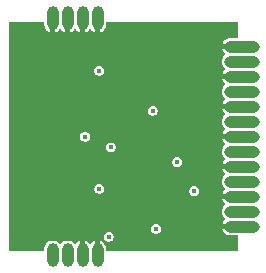
<source format=gbr>
%TF.GenerationSoftware,KiCad,Pcbnew,9.0.0*%
%TF.CreationDate,2025-02-25T16:03:33+01:00*%
%TF.ProjectId,2_In_6_Out,325f496e-5f36-45f4-9f75-742e6b696361,0*%
%TF.SameCoordinates,Original*%
%TF.FileFunction,Copper,L2,Inr*%
%TF.FilePolarity,Positive*%
%FSLAX46Y46*%
G04 Gerber Fmt 4.6, Leading zero omitted, Abs format (unit mm)*
G04 Created by KiCad (PCBNEW 9.0.0) date 2025-02-25 16:03:33*
%MOMM*%
%LPD*%
G01*
G04 APERTURE LIST*
%TA.AperFunction,CastellatedPad*%
%ADD10O,3.000000X1.000000*%
%TD*%
%TA.AperFunction,ComponentPad*%
%ADD11O,1.000000X2.000000*%
%TD*%
%TA.AperFunction,ViaPad*%
%ADD12C,0.450000*%
%TD*%
G04 APERTURE END LIST*
D10*
%TO.N,GND*%
%TO.C,J3*%
X109146250Y-53130000D03*
%TO.N,/ClockBuffers/MasterTrigger_out_3*%
X109146250Y-54400000D03*
%TO.N,GND*%
X109146250Y-55670000D03*
%TO.N,/ClockBuffers/Heimtime_out_3*%
X109146250Y-56940000D03*
%TO.N,GND*%
X109146250Y-58210000D03*
%TO.N,/ClockBuffers/MasterTrigger_out_2*%
X109146250Y-59480000D03*
%TO.N,GND*%
X109146250Y-60750000D03*
%TO.N,/ClockBuffers/Heimtime_out_2*%
X109146250Y-62020000D03*
%TO.N,GND*%
X109146250Y-63290000D03*
%TO.N,/ClockBuffers/MasterTrigger_out_1*%
X109146250Y-64560000D03*
%TO.N,GND*%
X109146250Y-65830000D03*
%TO.N,/ClockBuffers/Heimtime_out_1*%
X109146250Y-67100000D03*
%TO.N,GND*%
X109146250Y-68370000D03*
%TD*%
D11*
%TO.N,GND*%
%TO.C,J4*%
X96956250Y-50750000D03*
X95686250Y-50750000D03*
X94416250Y-50750000D03*
X93146250Y-50750000D03*
%TD*%
%TO.N,GND*%
%TO.C,J5*%
X96956250Y-70750000D03*
X95686250Y-70750000D03*
%TO.N,3V3*%
X94416250Y-70750000D03*
X93146250Y-70750000D03*
%TD*%
D12*
%TO.N,GND*%
X100216250Y-63240000D03*
X99626250Y-56760000D03*
X97656250Y-60480000D03*
X101346250Y-69630000D03*
X101816250Y-60810000D03*
X100326250Y-54140000D03*
X94356250Y-57020000D03*
X95436250Y-66640000D03*
X102606250Y-60800000D03*
X103996250Y-53150000D03*
X90696250Y-65050000D03*
X99476250Y-53250000D03*
X105876250Y-53690000D03*
X89766250Y-65790000D03*
X97786250Y-53630000D03*
X106526250Y-66060000D03*
X93826250Y-57980000D03*
X101106250Y-62910000D03*
X98986250Y-63350000D03*
X97431250Y-61856267D03*
X106436250Y-60860000D03*
X97266250Y-63420000D03*
X90346250Y-51640000D03*
X91416250Y-65840000D03*
X100876250Y-64260000D03*
X92556250Y-63400000D03*
X100116250Y-51630000D03*
X94506250Y-54920000D03*
X93346250Y-54230000D03*
X98626250Y-51710000D03*
X92196250Y-67950000D03*
X99206250Y-64260000D03*
X94396250Y-67050000D03*
X97096250Y-54510000D03*
X99656250Y-66730000D03*
X105207737Y-65945728D03*
X100286250Y-69860000D03*
X104226250Y-67570000D03*
X103110564Y-62838159D03*
X89866250Y-66990000D03*
X100376250Y-53480000D03*
X104816250Y-69870000D03*
X107686250Y-69560000D03*
X101746250Y-63500000D03*
X102366250Y-69170000D03*
X92096250Y-53950000D03*
X101906250Y-52270000D03*
X94156250Y-68170000D03*
X101076250Y-54140000D03*
X104956250Y-60750000D03*
X97236250Y-56440000D03*
X90596250Y-66250000D03*
X106616250Y-62850000D03*
X98956250Y-54160000D03*
X96522972Y-60499311D03*
X92896250Y-64250000D03*
X91626250Y-66770000D03*
X99443773Y-52281263D03*
X100386250Y-52540000D03*
X101096250Y-53110000D03*
X101722216Y-57994846D03*
X105846250Y-66080000D03*
X95366250Y-54770000D03*
X106496250Y-55300000D03*
X99626250Y-54130000D03*
X102026250Y-53230000D03*
X102106250Y-67900000D03*
X91446250Y-54530000D03*
X97996250Y-52730000D03*
X105126250Y-54700000D03*
X97100532Y-64515000D03*
X90476250Y-56340000D03*
X92756250Y-57160000D03*
X91496250Y-57050000D03*
X99716250Y-64280000D03*
X92556250Y-53310000D03*
X90426250Y-55110000D03*
X91433048Y-56048181D03*
X93276250Y-67370000D03*
X102656250Y-51650000D03*
X106536250Y-58530000D03*
X89746250Y-64720000D03*
X99476250Y-69330000D03*
X93906250Y-53340000D03*
X95336250Y-64890000D03*
X102466250Y-57330000D03*
X104676250Y-56580000D03*
X106696250Y-51520000D03*
X90296250Y-59850000D03*
X91556250Y-51620000D03*
X91906250Y-58310000D03*
X93996250Y-63830000D03*
X100296250Y-64290000D03*
X98155506Y-69784027D03*
X101026250Y-52040000D03*
X101976250Y-62660000D03*
X94496250Y-64750000D03*
X91896250Y-64750000D03*
X102646250Y-58180000D03*
X95336250Y-56510000D03*
X104526250Y-58890000D03*
%TO.N,3V3*%
X101906250Y-68550000D03*
X101616250Y-58560000D03*
X97086250Y-55170000D03*
X97086250Y-65170000D03*
X95896250Y-60750000D03*
%TO.N,/ClockBuffers/Heimtime_out_3*%
X103706250Y-62910000D03*
%TO.N,/ClockBuffers/Heimtime_out_2*%
X105136250Y-65350000D03*
%TO.N,Net-(D3-A)*%
X98056250Y-61660000D03*
X97886250Y-69220000D03*
%TD*%
%TA.AperFunction,Conductor*%
%TO.N,GND*%
G36*
X92405441Y-51069407D02*
G01*
X92441405Y-51118907D01*
X92446250Y-51149500D01*
X92446250Y-51318944D01*
X92473151Y-51454183D01*
X92525916Y-51581571D01*
X92602521Y-51696220D01*
X92700029Y-51793728D01*
X92814678Y-51870333D01*
X92942063Y-51923097D01*
X92942069Y-51923099D01*
X92946250Y-51923929D01*
X92946250Y-51149500D01*
X92965157Y-51091309D01*
X93014657Y-51055345D01*
X93024371Y-51053806D01*
X93103463Y-51075000D01*
X93189037Y-51075000D01*
X93262263Y-51055378D01*
X93305441Y-51069407D01*
X93341405Y-51118907D01*
X93346250Y-51149500D01*
X93346250Y-51923929D01*
X93350430Y-51923099D01*
X93350436Y-51923097D01*
X93477821Y-51870333D01*
X93592470Y-51793728D01*
X93689980Y-51696218D01*
X93698934Y-51682818D01*
X93746983Y-51644938D01*
X93808121Y-51642535D01*
X93858995Y-51676527D01*
X93863566Y-51682818D01*
X93872519Y-51696218D01*
X93970029Y-51793728D01*
X94084678Y-51870333D01*
X94212063Y-51923097D01*
X94212069Y-51923099D01*
X94216250Y-51923929D01*
X94216250Y-51149500D01*
X94235157Y-51091309D01*
X94284657Y-51055345D01*
X94294371Y-51053806D01*
X94373463Y-51075000D01*
X94459037Y-51075000D01*
X94532263Y-51055378D01*
X94575441Y-51069407D01*
X94611405Y-51118907D01*
X94616250Y-51149500D01*
X94616250Y-51923929D01*
X94620430Y-51923099D01*
X94620436Y-51923097D01*
X94747821Y-51870333D01*
X94862470Y-51793728D01*
X94959980Y-51696218D01*
X94968934Y-51682818D01*
X95016983Y-51644938D01*
X95078121Y-51642535D01*
X95128995Y-51676527D01*
X95133566Y-51682818D01*
X95142519Y-51696218D01*
X95240029Y-51793728D01*
X95354678Y-51870333D01*
X95482063Y-51923097D01*
X95482069Y-51923099D01*
X95486250Y-51923929D01*
X95486250Y-51149500D01*
X95505157Y-51091309D01*
X95554657Y-51055345D01*
X95564371Y-51053806D01*
X95643463Y-51075000D01*
X95729037Y-51075000D01*
X95802263Y-51055378D01*
X95845441Y-51069407D01*
X95881405Y-51118907D01*
X95886250Y-51149500D01*
X95886250Y-51923929D01*
X95890430Y-51923099D01*
X95890436Y-51923097D01*
X96017821Y-51870333D01*
X96132470Y-51793728D01*
X96229980Y-51696218D01*
X96238934Y-51682818D01*
X96286983Y-51644938D01*
X96348121Y-51642535D01*
X96398995Y-51676527D01*
X96403566Y-51682818D01*
X96412519Y-51696218D01*
X96510029Y-51793728D01*
X96624678Y-51870333D01*
X96752063Y-51923097D01*
X96752069Y-51923099D01*
X96756250Y-51923929D01*
X96756250Y-51149500D01*
X96775157Y-51091309D01*
X96824657Y-51055345D01*
X96834371Y-51053806D01*
X96913463Y-51075000D01*
X96999037Y-51075000D01*
X97072263Y-51055378D01*
X97115441Y-51069407D01*
X97151405Y-51118907D01*
X97156250Y-51149500D01*
X97156250Y-51923929D01*
X97160430Y-51923099D01*
X97160436Y-51923097D01*
X97287821Y-51870333D01*
X97402470Y-51793728D01*
X97499978Y-51696220D01*
X97576583Y-51581571D01*
X97629348Y-51454183D01*
X97656249Y-51318944D01*
X97656250Y-51318942D01*
X97656250Y-51149500D01*
X97675157Y-51091309D01*
X97724657Y-51055345D01*
X97755250Y-51050500D01*
X108746750Y-51050500D01*
X108804941Y-51069407D01*
X108840905Y-51118907D01*
X108845750Y-51149500D01*
X108845750Y-52331000D01*
X108826843Y-52389191D01*
X108777343Y-52425155D01*
X108746750Y-52430000D01*
X108077305Y-52430000D01*
X107942066Y-52456901D01*
X107814678Y-52509666D01*
X107700029Y-52586271D01*
X107602521Y-52683779D01*
X107525916Y-52798428D01*
X107473153Y-52925810D01*
X107473151Y-52925816D01*
X107472319Y-52930000D01*
X108746750Y-52930000D01*
X108804941Y-52948907D01*
X108840905Y-52998407D01*
X108842443Y-53008121D01*
X108821250Y-53087213D01*
X108821250Y-53172787D01*
X108840871Y-53246013D01*
X108826843Y-53289191D01*
X108777343Y-53325155D01*
X108746750Y-53330000D01*
X107472319Y-53330000D01*
X107473151Y-53334183D01*
X107473153Y-53334189D01*
X107525916Y-53461571D01*
X107602521Y-53576220D01*
X107700030Y-53673729D01*
X107712984Y-53682385D01*
X107750863Y-53730436D01*
X107753265Y-53791574D01*
X107719271Y-53842447D01*
X107712986Y-53847014D01*
X107699707Y-53855887D01*
X107699704Y-53855889D01*
X107602135Y-53953458D01*
X107525478Y-54068182D01*
X107525472Y-54068193D01*
X107472670Y-54195670D01*
X107472670Y-54195672D01*
X107445750Y-54331004D01*
X107445750Y-54468995D01*
X107472670Y-54604327D01*
X107472670Y-54604329D01*
X107525472Y-54731806D01*
X107525478Y-54731817D01*
X107602135Y-54846541D01*
X107602136Y-54846542D01*
X107699708Y-54944114D01*
X107712984Y-54952985D01*
X107750863Y-55001033D01*
X107753265Y-55062171D01*
X107719273Y-55113045D01*
X107712988Y-55117612D01*
X107700029Y-55126271D01*
X107602521Y-55223779D01*
X107525916Y-55338428D01*
X107473153Y-55465810D01*
X107473151Y-55465816D01*
X107472319Y-55470000D01*
X108746750Y-55470000D01*
X108804941Y-55488907D01*
X108840905Y-55538407D01*
X108842443Y-55548121D01*
X108821250Y-55627213D01*
X108821250Y-55712787D01*
X108840871Y-55786013D01*
X108826843Y-55829191D01*
X108777343Y-55865155D01*
X108746750Y-55870000D01*
X107472319Y-55870000D01*
X107473151Y-55874183D01*
X107473153Y-55874189D01*
X107525916Y-56001571D01*
X107602521Y-56116220D01*
X107700030Y-56213729D01*
X107712984Y-56222385D01*
X107750863Y-56270436D01*
X107753265Y-56331574D01*
X107719271Y-56382447D01*
X107712986Y-56387014D01*
X107699707Y-56395887D01*
X107699704Y-56395889D01*
X107602135Y-56493458D01*
X107525478Y-56608182D01*
X107525472Y-56608193D01*
X107472670Y-56735670D01*
X107472670Y-56735672D01*
X107445750Y-56871004D01*
X107445750Y-57008995D01*
X107472670Y-57144327D01*
X107472670Y-57144329D01*
X107525472Y-57271806D01*
X107525478Y-57271817D01*
X107602135Y-57386541D01*
X107602136Y-57386542D01*
X107699708Y-57484114D01*
X107712984Y-57492985D01*
X107750863Y-57541033D01*
X107753265Y-57602171D01*
X107719273Y-57653045D01*
X107712988Y-57657612D01*
X107700029Y-57666271D01*
X107602521Y-57763779D01*
X107525916Y-57878428D01*
X107473153Y-58005810D01*
X107473151Y-58005816D01*
X107472319Y-58010000D01*
X108746750Y-58010000D01*
X108804941Y-58028907D01*
X108840905Y-58078407D01*
X108842443Y-58088121D01*
X108821250Y-58167213D01*
X108821250Y-58252787D01*
X108840871Y-58326013D01*
X108826843Y-58369191D01*
X108777343Y-58405155D01*
X108746750Y-58410000D01*
X107472319Y-58410000D01*
X107473151Y-58414183D01*
X107473153Y-58414189D01*
X107525916Y-58541571D01*
X107602521Y-58656220D01*
X107700030Y-58753729D01*
X107712984Y-58762385D01*
X107750863Y-58810436D01*
X107753265Y-58871574D01*
X107719271Y-58922447D01*
X107712986Y-58927014D01*
X107699707Y-58935887D01*
X107699704Y-58935889D01*
X107602135Y-59033458D01*
X107525478Y-59148182D01*
X107525472Y-59148193D01*
X107472670Y-59275670D01*
X107472670Y-59275672D01*
X107445750Y-59411004D01*
X107445750Y-59548995D01*
X107472670Y-59684327D01*
X107472670Y-59684329D01*
X107525472Y-59811806D01*
X107525478Y-59811817D01*
X107602135Y-59926541D01*
X107602136Y-59926542D01*
X107699708Y-60024114D01*
X107712984Y-60032985D01*
X107750863Y-60081033D01*
X107753265Y-60142171D01*
X107719273Y-60193045D01*
X107712988Y-60197612D01*
X107700029Y-60206271D01*
X107602521Y-60303779D01*
X107525916Y-60418428D01*
X107473153Y-60545810D01*
X107473151Y-60545816D01*
X107472319Y-60550000D01*
X108746750Y-60550000D01*
X108804941Y-60568907D01*
X108840905Y-60618407D01*
X108842443Y-60628121D01*
X108821250Y-60707213D01*
X108821250Y-60792787D01*
X108840871Y-60866013D01*
X108826843Y-60909191D01*
X108777343Y-60945155D01*
X108746750Y-60950000D01*
X107472319Y-60950000D01*
X107473151Y-60954183D01*
X107473153Y-60954189D01*
X107525916Y-61081571D01*
X107602521Y-61196220D01*
X107700030Y-61293729D01*
X107712984Y-61302385D01*
X107750863Y-61350436D01*
X107753265Y-61411574D01*
X107719271Y-61462447D01*
X107712986Y-61467014D01*
X107699707Y-61475887D01*
X107699704Y-61475889D01*
X107602135Y-61573458D01*
X107525478Y-61688182D01*
X107525472Y-61688193D01*
X107472670Y-61815670D01*
X107472670Y-61815672D01*
X107445750Y-61951004D01*
X107445750Y-62088995D01*
X107472670Y-62224327D01*
X107472670Y-62224329D01*
X107525472Y-62351806D01*
X107525478Y-62351817D01*
X107602135Y-62466541D01*
X107602136Y-62466542D01*
X107699708Y-62564114D01*
X107712984Y-62572985D01*
X107750863Y-62621033D01*
X107753265Y-62682171D01*
X107719273Y-62733045D01*
X107712988Y-62737612D01*
X107700029Y-62746271D01*
X107602521Y-62843779D01*
X107525916Y-62958428D01*
X107473153Y-63085810D01*
X107473151Y-63085816D01*
X107472319Y-63090000D01*
X108746750Y-63090000D01*
X108804941Y-63108907D01*
X108840905Y-63158407D01*
X108842443Y-63168121D01*
X108821250Y-63247213D01*
X108821250Y-63332787D01*
X108840871Y-63406013D01*
X108826843Y-63449191D01*
X108777343Y-63485155D01*
X108746750Y-63490000D01*
X107472319Y-63490000D01*
X107473151Y-63494183D01*
X107473153Y-63494189D01*
X107525916Y-63621571D01*
X107602521Y-63736220D01*
X107700030Y-63833729D01*
X107712984Y-63842385D01*
X107750863Y-63890436D01*
X107753265Y-63951574D01*
X107719271Y-64002447D01*
X107712986Y-64007014D01*
X107699707Y-64015887D01*
X107699704Y-64015889D01*
X107602135Y-64113458D01*
X107525478Y-64228182D01*
X107525472Y-64228193D01*
X107472670Y-64355670D01*
X107472670Y-64355672D01*
X107445750Y-64491004D01*
X107445750Y-64628995D01*
X107472670Y-64764327D01*
X107472670Y-64764329D01*
X107525472Y-64891806D01*
X107525478Y-64891817D01*
X107601612Y-65005758D01*
X107602136Y-65006542D01*
X107699708Y-65104114D01*
X107712984Y-65112985D01*
X107750863Y-65161033D01*
X107753265Y-65222171D01*
X107719273Y-65273045D01*
X107712988Y-65277612D01*
X107700029Y-65286271D01*
X107602521Y-65383779D01*
X107525916Y-65498428D01*
X107473153Y-65625810D01*
X107473151Y-65625816D01*
X107472319Y-65630000D01*
X108746750Y-65630000D01*
X108804941Y-65648907D01*
X108840905Y-65698407D01*
X108842443Y-65708121D01*
X108821250Y-65787213D01*
X108821250Y-65872787D01*
X108840871Y-65946013D01*
X108826843Y-65989191D01*
X108777343Y-66025155D01*
X108746750Y-66030000D01*
X107472319Y-66030000D01*
X107473151Y-66034183D01*
X107473153Y-66034189D01*
X107525916Y-66161571D01*
X107602521Y-66276220D01*
X107700030Y-66373729D01*
X107712984Y-66382385D01*
X107750863Y-66430436D01*
X107753265Y-66491574D01*
X107719271Y-66542447D01*
X107712986Y-66547014D01*
X107699707Y-66555887D01*
X107699704Y-66555889D01*
X107602135Y-66653458D01*
X107525478Y-66768182D01*
X107525472Y-66768193D01*
X107472670Y-66895670D01*
X107472670Y-66895672D01*
X107445750Y-67031004D01*
X107445750Y-67168995D01*
X107472670Y-67304327D01*
X107472670Y-67304329D01*
X107525472Y-67431806D01*
X107525478Y-67431817D01*
X107602135Y-67546541D01*
X107602136Y-67546542D01*
X107699708Y-67644114D01*
X107712984Y-67652985D01*
X107750863Y-67701033D01*
X107753265Y-67762171D01*
X107719273Y-67813045D01*
X107712988Y-67817612D01*
X107700029Y-67826271D01*
X107602521Y-67923779D01*
X107525916Y-68038428D01*
X107473153Y-68165810D01*
X107473151Y-68165816D01*
X107472319Y-68170000D01*
X108746750Y-68170000D01*
X108804941Y-68188907D01*
X108840905Y-68238407D01*
X108842443Y-68248121D01*
X108821250Y-68327213D01*
X108821250Y-68412787D01*
X108840871Y-68486013D01*
X108826843Y-68529191D01*
X108777343Y-68565155D01*
X108746750Y-68570000D01*
X107472319Y-68570000D01*
X107473151Y-68574183D01*
X107473153Y-68574189D01*
X107525916Y-68701571D01*
X107602521Y-68816220D01*
X107700029Y-68913728D01*
X107814678Y-68990333D01*
X107942066Y-69043098D01*
X108077305Y-69069999D01*
X108077307Y-69070000D01*
X108746750Y-69070000D01*
X108804941Y-69088907D01*
X108840905Y-69138407D01*
X108845750Y-69169000D01*
X108845750Y-70350500D01*
X108826843Y-70408691D01*
X108777343Y-70444655D01*
X108746750Y-70449500D01*
X97755250Y-70449500D01*
X97697059Y-70430593D01*
X97661095Y-70381093D01*
X97656250Y-70350500D01*
X97656250Y-70181057D01*
X97656249Y-70181055D01*
X97629348Y-70045816D01*
X97576583Y-69918428D01*
X97499978Y-69803779D01*
X97402470Y-69706271D01*
X97287821Y-69629666D01*
X97160439Y-69576903D01*
X97160433Y-69576901D01*
X97156250Y-69576069D01*
X97156250Y-70350500D01*
X97137343Y-70408691D01*
X97087843Y-70444655D01*
X97078128Y-70446193D01*
X96999037Y-70425000D01*
X96913463Y-70425000D01*
X96840236Y-70444621D01*
X96797059Y-70430593D01*
X96761095Y-70381093D01*
X96756250Y-70350500D01*
X96756250Y-69576069D01*
X96752066Y-69576901D01*
X96752060Y-69576903D01*
X96624678Y-69629666D01*
X96510029Y-69706271D01*
X96412520Y-69803780D01*
X96403565Y-69817183D01*
X96355515Y-69855062D01*
X96294376Y-69857464D01*
X96243503Y-69823470D01*
X96238935Y-69817183D01*
X96229979Y-69803780D01*
X96132470Y-69706271D01*
X96017821Y-69629666D01*
X95890439Y-69576903D01*
X95890433Y-69576901D01*
X95886250Y-69576069D01*
X95886250Y-70350500D01*
X95867343Y-70408691D01*
X95817843Y-70444655D01*
X95808128Y-70446193D01*
X95729037Y-70425000D01*
X95643463Y-70425000D01*
X95570236Y-70444621D01*
X95527059Y-70430593D01*
X95491095Y-70381093D01*
X95486250Y-70350500D01*
X95486250Y-69576069D01*
X95482066Y-69576901D01*
X95482060Y-69576903D01*
X95354678Y-69629666D01*
X95240029Y-69706271D01*
X95142521Y-69803779D01*
X95133862Y-69816738D01*
X95085810Y-69854615D01*
X95024671Y-69857014D01*
X94973799Y-69823018D01*
X94969237Y-69816738D01*
X94960364Y-69803458D01*
X94862792Y-69705886D01*
X94862791Y-69705885D01*
X94748067Y-69629228D01*
X94748056Y-69629222D01*
X94620578Y-69576420D01*
X94485245Y-69549500D01*
X94485243Y-69549500D01*
X94347257Y-69549500D01*
X94347254Y-69549500D01*
X94211922Y-69576420D01*
X94211920Y-69576420D01*
X94084443Y-69629222D01*
X94084432Y-69629228D01*
X93969708Y-69705885D01*
X93872139Y-69803454D01*
X93872136Y-69803458D01*
X93863565Y-69816286D01*
X93815515Y-69854165D01*
X93754377Y-69856567D01*
X93703503Y-69822574D01*
X93698935Y-69816286D01*
X93690364Y-69803458D01*
X93592792Y-69705886D01*
X93592791Y-69705885D01*
X93478067Y-69629228D01*
X93478056Y-69629222D01*
X93350578Y-69576420D01*
X93215245Y-69549500D01*
X93215243Y-69549500D01*
X93077257Y-69549500D01*
X93077254Y-69549500D01*
X92941922Y-69576420D01*
X92941920Y-69576420D01*
X92814443Y-69629222D01*
X92814432Y-69629228D01*
X92699708Y-69705885D01*
X92602135Y-69803458D01*
X92525478Y-69918182D01*
X92525472Y-69918193D01*
X92472670Y-70045670D01*
X92472670Y-70045672D01*
X92445750Y-70181004D01*
X92445750Y-70350500D01*
X92426843Y-70408691D01*
X92377343Y-70444655D01*
X92346750Y-70449500D01*
X89545750Y-70449500D01*
X89487559Y-70430593D01*
X89451595Y-70381093D01*
X89446750Y-70350500D01*
X89446750Y-69163982D01*
X97460750Y-69163982D01*
X97460750Y-69276018D01*
X97486322Y-69371455D01*
X97489748Y-69384241D01*
X97545763Y-69481260D01*
X97545765Y-69481263D01*
X97624987Y-69560485D01*
X97624989Y-69560486D01*
X97722009Y-69616501D01*
X97722007Y-69616501D01*
X97722011Y-69616502D01*
X97722013Y-69616503D01*
X97830232Y-69645500D01*
X97830234Y-69645500D01*
X97942266Y-69645500D01*
X97942268Y-69645500D01*
X98050487Y-69616503D01*
X98050489Y-69616501D01*
X98050491Y-69616501D01*
X98079314Y-69599859D01*
X98147513Y-69560485D01*
X98226735Y-69481263D01*
X98282753Y-69384237D01*
X98311750Y-69276018D01*
X98311750Y-69163982D01*
X98282753Y-69055763D01*
X98282751Y-69055760D01*
X98282751Y-69055758D01*
X98226736Y-68958739D01*
X98226735Y-68958737D01*
X98147513Y-68879515D01*
X98147510Y-68879513D01*
X98050490Y-68823498D01*
X98050492Y-68823498D01*
X98004829Y-68811263D01*
X97942268Y-68794500D01*
X97830232Y-68794500D01*
X97767671Y-68811263D01*
X97722008Y-68823498D01*
X97624989Y-68879513D01*
X97545763Y-68958739D01*
X97489748Y-69055758D01*
X97485932Y-69070000D01*
X97460750Y-69163982D01*
X89446750Y-69163982D01*
X89446750Y-68493982D01*
X101480750Y-68493982D01*
X101480750Y-68606018D01*
X101506322Y-68701455D01*
X101509748Y-68714241D01*
X101565763Y-68811260D01*
X101565765Y-68811263D01*
X101644987Y-68890485D01*
X101644989Y-68890486D01*
X101742009Y-68946501D01*
X101742007Y-68946501D01*
X101742011Y-68946502D01*
X101742013Y-68946503D01*
X101850232Y-68975500D01*
X101850234Y-68975500D01*
X101962266Y-68975500D01*
X101962268Y-68975500D01*
X102070487Y-68946503D01*
X102070489Y-68946501D01*
X102070491Y-68946501D01*
X102099314Y-68929859D01*
X102167513Y-68890485D01*
X102246735Y-68811263D01*
X102302753Y-68714237D01*
X102331750Y-68606018D01*
X102331750Y-68493982D01*
X102302753Y-68385763D01*
X102302751Y-68385760D01*
X102302751Y-68385758D01*
X102246736Y-68288739D01*
X102246735Y-68288737D01*
X102167513Y-68209515D01*
X102167510Y-68209513D01*
X102070490Y-68153498D01*
X102070492Y-68153498D01*
X102028501Y-68142247D01*
X101962268Y-68124500D01*
X101850232Y-68124500D01*
X101783998Y-68142247D01*
X101742008Y-68153498D01*
X101644989Y-68209513D01*
X101565763Y-68288739D01*
X101509748Y-68385758D01*
X101509747Y-68385763D01*
X101480750Y-68493982D01*
X89446750Y-68493982D01*
X89446750Y-65113982D01*
X96660750Y-65113982D01*
X96660750Y-65226018D01*
X96676895Y-65286271D01*
X96689748Y-65334241D01*
X96745763Y-65431260D01*
X96745765Y-65431263D01*
X96824987Y-65510485D01*
X96824989Y-65510486D01*
X96922009Y-65566501D01*
X96922007Y-65566501D01*
X96922011Y-65566502D01*
X96922013Y-65566503D01*
X97030232Y-65595500D01*
X97030234Y-65595500D01*
X97142266Y-65595500D01*
X97142268Y-65595500D01*
X97250487Y-65566503D01*
X97250489Y-65566501D01*
X97250491Y-65566501D01*
X97279314Y-65549859D01*
X97347513Y-65510485D01*
X97426735Y-65431263D01*
X97482753Y-65334237D01*
X97493539Y-65293982D01*
X104710750Y-65293982D01*
X104710750Y-65406018D01*
X104735511Y-65498428D01*
X104739748Y-65514241D01*
X104786664Y-65595500D01*
X104795765Y-65611263D01*
X104874987Y-65690485D01*
X104874989Y-65690486D01*
X104972009Y-65746501D01*
X104972007Y-65746501D01*
X104972011Y-65746502D01*
X104972013Y-65746503D01*
X105080232Y-65775500D01*
X105080234Y-65775500D01*
X105192266Y-65775500D01*
X105192268Y-65775500D01*
X105300487Y-65746503D01*
X105300489Y-65746501D01*
X105300491Y-65746501D01*
X105330803Y-65729000D01*
X105397513Y-65690485D01*
X105476735Y-65611263D01*
X105532753Y-65514237D01*
X105561750Y-65406018D01*
X105561750Y-65293982D01*
X105532753Y-65185763D01*
X105532751Y-65185760D01*
X105532751Y-65185758D01*
X105476736Y-65088739D01*
X105476735Y-65088737D01*
X105397513Y-65009515D01*
X105392362Y-65006541D01*
X105300490Y-64953498D01*
X105300492Y-64953498D01*
X105258501Y-64942247D01*
X105192268Y-64924500D01*
X105080232Y-64924500D01*
X105013998Y-64942247D01*
X104972008Y-64953498D01*
X104874989Y-65009513D01*
X104795763Y-65088739D01*
X104739748Y-65185758D01*
X104723536Y-65246263D01*
X104710750Y-65293982D01*
X97493539Y-65293982D01*
X97511750Y-65226018D01*
X97511750Y-65113982D01*
X97482753Y-65005763D01*
X97482751Y-65005760D01*
X97482751Y-65005758D01*
X97426736Y-64908739D01*
X97426735Y-64908737D01*
X97347513Y-64829515D01*
X97347510Y-64829513D01*
X97250490Y-64773498D01*
X97250492Y-64773498D01*
X97208501Y-64762247D01*
X97142268Y-64744500D01*
X97030232Y-64744500D01*
X96963998Y-64762247D01*
X96922008Y-64773498D01*
X96824989Y-64829513D01*
X96745763Y-64908739D01*
X96689748Y-65005758D01*
X96673536Y-65066263D01*
X96660750Y-65113982D01*
X89446750Y-65113982D01*
X89446750Y-62853982D01*
X103280750Y-62853982D01*
X103280750Y-62966018D01*
X103286412Y-62987149D01*
X103309748Y-63074241D01*
X103361892Y-63164555D01*
X103365765Y-63171263D01*
X103444987Y-63250485D01*
X103444989Y-63250486D01*
X103542009Y-63306501D01*
X103542007Y-63306501D01*
X103542011Y-63306502D01*
X103542013Y-63306503D01*
X103650232Y-63335500D01*
X103650234Y-63335500D01*
X103762266Y-63335500D01*
X103762268Y-63335500D01*
X103870487Y-63306503D01*
X103870489Y-63306501D01*
X103870491Y-63306501D01*
X103899314Y-63289859D01*
X103967513Y-63250485D01*
X104046735Y-63171263D01*
X104096068Y-63085816D01*
X104102751Y-63074241D01*
X104102751Y-63074239D01*
X104102753Y-63074237D01*
X104131750Y-62966018D01*
X104131750Y-62853982D01*
X104102753Y-62745763D01*
X104102751Y-62745760D01*
X104102751Y-62745758D01*
X104046736Y-62648739D01*
X104046735Y-62648737D01*
X103967513Y-62569515D01*
X103967510Y-62569513D01*
X103870490Y-62513498D01*
X103870492Y-62513498D01*
X103828501Y-62502247D01*
X103762268Y-62484500D01*
X103650232Y-62484500D01*
X103583998Y-62502247D01*
X103542008Y-62513498D01*
X103444989Y-62569513D01*
X103365763Y-62648739D01*
X103309748Y-62745758D01*
X103309747Y-62745763D01*
X103280750Y-62853982D01*
X89446750Y-62853982D01*
X89446750Y-61603982D01*
X97630750Y-61603982D01*
X97630750Y-61716018D01*
X97656322Y-61811455D01*
X97659748Y-61824241D01*
X97715763Y-61921260D01*
X97715765Y-61921263D01*
X97794987Y-62000485D01*
X97794989Y-62000486D01*
X97892009Y-62056501D01*
X97892007Y-62056501D01*
X97892011Y-62056502D01*
X97892013Y-62056503D01*
X98000232Y-62085500D01*
X98000234Y-62085500D01*
X98112266Y-62085500D01*
X98112268Y-62085500D01*
X98220487Y-62056503D01*
X98220489Y-62056501D01*
X98220491Y-62056501D01*
X98249314Y-62039859D01*
X98317513Y-62000485D01*
X98396735Y-61921263D01*
X98452753Y-61824237D01*
X98481750Y-61716018D01*
X98481750Y-61603982D01*
X98452753Y-61495763D01*
X98452751Y-61495760D01*
X98452751Y-61495758D01*
X98396736Y-61398739D01*
X98396735Y-61398737D01*
X98317513Y-61319515D01*
X98317487Y-61319500D01*
X98220490Y-61263498D01*
X98220492Y-61263498D01*
X98178501Y-61252247D01*
X98112268Y-61234500D01*
X98000232Y-61234500D01*
X97933998Y-61252247D01*
X97892008Y-61263498D01*
X97794989Y-61319513D01*
X97715763Y-61398739D01*
X97659748Y-61495758D01*
X97659747Y-61495763D01*
X97630750Y-61603982D01*
X89446750Y-61603982D01*
X89446750Y-60693982D01*
X95470750Y-60693982D01*
X95470750Y-60806018D01*
X95482803Y-60851000D01*
X95499748Y-60914241D01*
X95555763Y-61011260D01*
X95555765Y-61011263D01*
X95634987Y-61090485D01*
X95634989Y-61090486D01*
X95732009Y-61146501D01*
X95732007Y-61146501D01*
X95732011Y-61146502D01*
X95732013Y-61146503D01*
X95840232Y-61175500D01*
X95840234Y-61175500D01*
X95952266Y-61175500D01*
X95952268Y-61175500D01*
X96060487Y-61146503D01*
X96060489Y-61146501D01*
X96060491Y-61146501D01*
X96089314Y-61129859D01*
X96157513Y-61090485D01*
X96236735Y-61011263D01*
X96292753Y-60914237D01*
X96321750Y-60806018D01*
X96321750Y-60693982D01*
X96292753Y-60585763D01*
X96292751Y-60585760D01*
X96292751Y-60585758D01*
X96236736Y-60488739D01*
X96236735Y-60488737D01*
X96157513Y-60409515D01*
X96157510Y-60409513D01*
X96060490Y-60353498D01*
X96060492Y-60353498D01*
X96018501Y-60342247D01*
X95952268Y-60324500D01*
X95840232Y-60324500D01*
X95773998Y-60342247D01*
X95732008Y-60353498D01*
X95634989Y-60409513D01*
X95555763Y-60488739D01*
X95499748Y-60585758D01*
X95499747Y-60585763D01*
X95470750Y-60693982D01*
X89446750Y-60693982D01*
X89446750Y-58503982D01*
X101190750Y-58503982D01*
X101190750Y-58616018D01*
X101201522Y-58656220D01*
X101219748Y-58724241D01*
X101267195Y-58806420D01*
X101275765Y-58821263D01*
X101354987Y-58900485D01*
X101354989Y-58900486D01*
X101452009Y-58956501D01*
X101452007Y-58956501D01*
X101452011Y-58956502D01*
X101452013Y-58956503D01*
X101560232Y-58985500D01*
X101560234Y-58985500D01*
X101672266Y-58985500D01*
X101672268Y-58985500D01*
X101780487Y-58956503D01*
X101780489Y-58956501D01*
X101780491Y-58956501D01*
X101831563Y-58927014D01*
X101877513Y-58900485D01*
X101956735Y-58821263D01*
X102012753Y-58724237D01*
X102041750Y-58616018D01*
X102041750Y-58503982D01*
X102012753Y-58395763D01*
X102012751Y-58395760D01*
X102012751Y-58395758D01*
X101956736Y-58298739D01*
X101956735Y-58298737D01*
X101877513Y-58219515D01*
X101877510Y-58219513D01*
X101780490Y-58163498D01*
X101780492Y-58163498D01*
X101738501Y-58152247D01*
X101672268Y-58134500D01*
X101560232Y-58134500D01*
X101493998Y-58152247D01*
X101452008Y-58163498D01*
X101354989Y-58219513D01*
X101275763Y-58298739D01*
X101219748Y-58395758D01*
X101215932Y-58410000D01*
X101190750Y-58503982D01*
X89446750Y-58503982D01*
X89446750Y-55113982D01*
X96660750Y-55113982D01*
X96660750Y-55226018D01*
X96686322Y-55321455D01*
X96689748Y-55334241D01*
X96745763Y-55431260D01*
X96745765Y-55431263D01*
X96824987Y-55510485D01*
X96824989Y-55510486D01*
X96922009Y-55566501D01*
X96922007Y-55566501D01*
X96922011Y-55566502D01*
X96922013Y-55566503D01*
X97030232Y-55595500D01*
X97030234Y-55595500D01*
X97142266Y-55595500D01*
X97142268Y-55595500D01*
X97250487Y-55566503D01*
X97250489Y-55566501D01*
X97250491Y-55566501D01*
X97288502Y-55544555D01*
X97347513Y-55510485D01*
X97426735Y-55431263D01*
X97476539Y-55345000D01*
X97482751Y-55334241D01*
X97482751Y-55334239D01*
X97482753Y-55334237D01*
X97511750Y-55226018D01*
X97511750Y-55113982D01*
X97482753Y-55005763D01*
X97482751Y-55005760D01*
X97482751Y-55005758D01*
X97426736Y-54908739D01*
X97426735Y-54908737D01*
X97347513Y-54829515D01*
X97347510Y-54829513D01*
X97250490Y-54773498D01*
X97250492Y-54773498D01*
X97208501Y-54762247D01*
X97142268Y-54744500D01*
X97030232Y-54744500D01*
X96963998Y-54762247D01*
X96922008Y-54773498D01*
X96824989Y-54829513D01*
X96745763Y-54908739D01*
X96689748Y-55005758D01*
X96674633Y-55062171D01*
X96660750Y-55113982D01*
X89446750Y-55113982D01*
X89446750Y-51149500D01*
X89465657Y-51091309D01*
X89515157Y-51055345D01*
X89545750Y-51050500D01*
X92347250Y-51050500D01*
X92405441Y-51069407D01*
G37*
%TD.AperFunction*%
%TD*%
M02*

</source>
